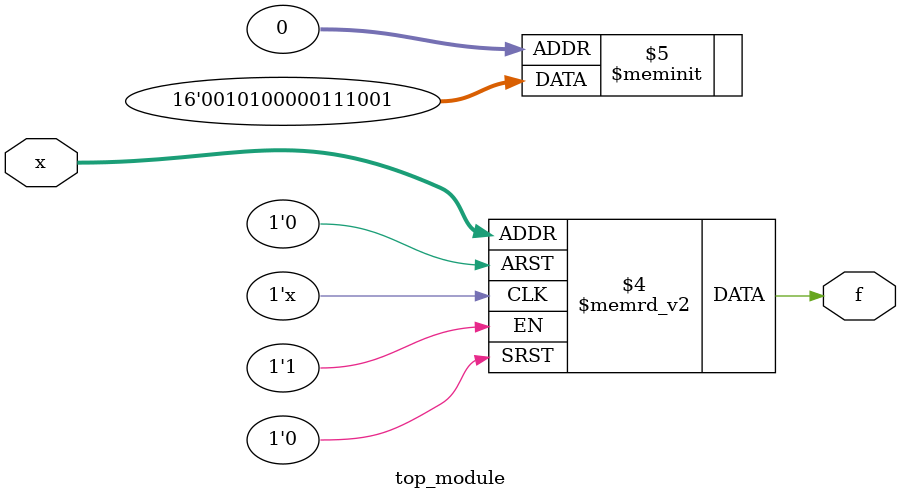
<source format=sv>
module top_module (
	input [4:1] x,
	output logic f
);

always_comb begin
	case(x)
		4'b0000: f = 1;
		4'b0001: f = 0;
		4'b0011: f = 1;
		4'b0100: f = 1;
		4'b0101: f = 1;
		4'b0111: f = 0;
		4'b1000: f = 0;
		4'b1001: f = 0;
		4'b1011: f = 1;
		4'b1100: f = 0;
		4'b1101: f = 1;
		4'b1111: f = 0;
		default: f = 0;
	endcase
end

endmodule

</source>
